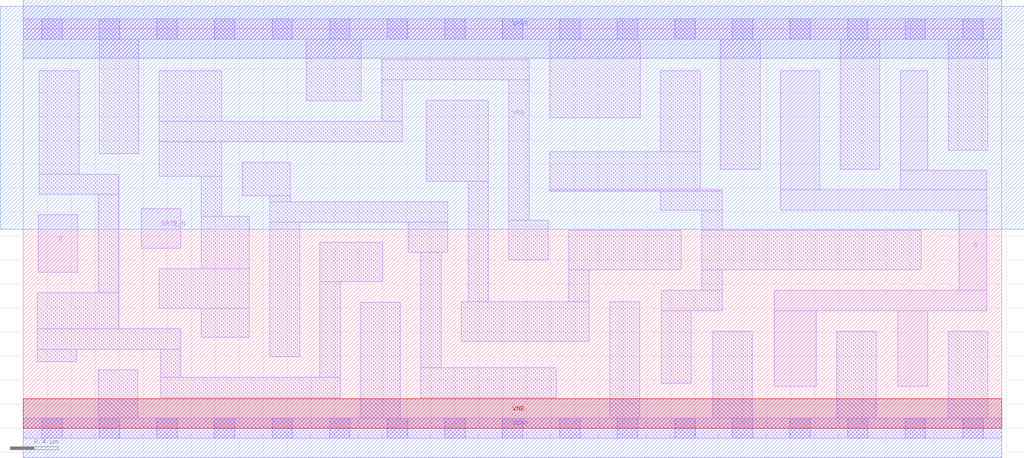
<source format=lef>
# Copyright 2020 The SkyWater PDK Authors
#
# Licensed under the Apache License, Version 2.0 (the "License");
# you may not use this file except in compliance with the License.
# You may obtain a copy of the License at
#
#     https://www.apache.org/licenses/LICENSE-2.0
#
# Unless required by applicable law or agreed to in writing, software
# distributed under the License is distributed on an "AS IS" BASIS,
# WITHOUT WARRANTIES OR CONDITIONS OF ANY KIND, either express or implied.
# See the License for the specific language governing permissions and
# limitations under the License.
#
# SPDX-License-Identifier: Apache-2.0

VERSION 5.7 ;
  NOWIREEXTENSIONATPIN ON ;
  DIVIDERCHAR "/" ;
  BUSBITCHARS "[]" ;
MACRO sky130_fd_sc_ls__dlxtn_4
  CLASS CORE ;
  FOREIGN sky130_fd_sc_ls__dlxtn_4 ;
  ORIGIN  0.000000  0.000000 ;
  SIZE  8.160000 BY  3.330000 ;
  SYMMETRY X Y ;
  SITE unit ;
  PIN D
    ANTENNAGATEAREA  0.208500 ;
    DIRECTION INPUT ;
    USE SIGNAL ;
    PORT
      LAYER li1 ;
        RECT 0.125000 1.300000 0.455000 1.780000 ;
    END
  END D
  PIN Q
    ANTENNADIFFAREA  1.270300 ;
    DIRECTION OUTPUT ;
    USE SIGNAL ;
    PORT
      LAYER li1 ;
        RECT 6.265000 0.350000 6.615000 0.980000 ;
        RECT 6.265000 0.980000 8.035000 1.150000 ;
        RECT 6.315000 1.820000 8.035000 1.990000 ;
        RECT 6.315000 1.990000 6.645000 2.980000 ;
        RECT 7.295000 0.350000 7.545000 0.980000 ;
        RECT 7.315000 1.990000 8.035000 2.150000 ;
        RECT 7.315000 2.150000 7.545000 2.980000 ;
        RECT 7.805000 1.150000 8.035000 1.820000 ;
    END
  END Q
  PIN VNB
    PORT
      LAYER pwell ;
        RECT 0.000000 0.000000 8.160000 0.245000 ;
    END
  END VNB
  PIN VPB
    PORT
      LAYER nwell ;
        RECT -0.190000 1.660000 8.350000 3.520000 ;
    END
  END VPB
  PIN GATE_N
    ANTENNAGATEAREA  0.237000 ;
    DIRECTION INPUT ;
    USE CLOCK ;
    PORT
      LAYER li1 ;
        RECT 0.985000 1.500000 1.315000 1.830000 ;
    END
  END GATE_N
  PIN VGND
    DIRECTION INOUT ;
    SHAPE ABUTMENT ;
    USE GROUND ;
    PORT
      LAYER met1 ;
        RECT 0.000000 -0.245000 8.160000 0.245000 ;
    END
  END VGND
  PIN VPWR
    DIRECTION INOUT ;
    SHAPE ABUTMENT ;
    USE POWER ;
    PORT
      LAYER met1 ;
        RECT 0.000000 3.085000 8.160000 3.575000 ;
    END
  END VPWR
  OBS
    LAYER li1 ;
      RECT 0.000000 -0.085000 8.160000 0.085000 ;
      RECT 0.000000  3.245000 8.160000 3.415000 ;
      RECT 0.115000  0.555000 0.445000 0.660000 ;
      RECT 0.115000  0.660000 1.315000 0.830000 ;
      RECT 0.115000  0.830000 0.795000 1.130000 ;
      RECT 0.135000  1.950000 0.795000 2.120000 ;
      RECT 0.135000  2.120000 0.465000 2.980000 ;
      RECT 0.625000  0.085000 0.955000 0.490000 ;
      RECT 0.625000  1.130000 0.795000 1.950000 ;
      RECT 0.635000  2.290000 0.965000 3.245000 ;
      RECT 1.135000  1.000000 1.885000 1.330000 ;
      RECT 1.135000  2.100000 1.655000 2.390000 ;
      RECT 1.135000  2.390000 3.160000 2.560000 ;
      RECT 1.135000  2.560000 1.655000 2.980000 ;
      RECT 1.145000  0.255000 2.645000 0.425000 ;
      RECT 1.145000  0.425000 1.315000 0.660000 ;
      RECT 1.485000  0.760000 1.885000 1.000000 ;
      RECT 1.485000  1.330000 1.885000 1.770000 ;
      RECT 1.485000  1.770000 1.655000 2.100000 ;
      RECT 1.825000  1.940000 2.225000 2.220000 ;
      RECT 2.055000  0.595000 2.305000 1.720000 ;
      RECT 2.055000  1.720000 3.540000 1.890000 ;
      RECT 2.055000  1.890000 2.225000 1.940000 ;
      RECT 2.360000  2.730000 2.820000 3.245000 ;
      RECT 2.475000  0.425000 2.645000 1.220000 ;
      RECT 2.475000  1.220000 3.000000 1.550000 ;
      RECT 2.815000  0.085000 3.145000 1.050000 ;
      RECT 2.990000  2.560000 3.160000 2.905000 ;
      RECT 2.990000  2.905000 4.220000 3.075000 ;
      RECT 3.210000  1.470000 3.540000 1.720000 ;
      RECT 3.315000  0.255000 4.445000 0.505000 ;
      RECT 3.315000  0.505000 3.485000 1.470000 ;
      RECT 3.360000  2.060000 3.880000 2.735000 ;
      RECT 3.655000  0.725000 4.720000 1.055000 ;
      RECT 3.710000  1.055000 3.880000 2.060000 ;
      RECT 4.050000  1.405000 4.380000 1.735000 ;
      RECT 4.050000  1.735000 4.220000 2.905000 ;
      RECT 4.390000  1.975000 5.830000 1.990000 ;
      RECT 4.390000  1.990000 5.645000 2.305000 ;
      RECT 4.390000  2.590000 5.145000 3.245000 ;
      RECT 4.550000  1.055000 4.720000 1.320000 ;
      RECT 4.550000  1.320000 5.490000 1.650000 ;
      RECT 4.890000  0.085000 5.140000 1.055000 ;
      RECT 5.315000  1.820000 5.830000 1.975000 ;
      RECT 5.315000  2.305000 5.645000 2.980000 ;
      RECT 5.320000  0.375000 5.570000 0.980000 ;
      RECT 5.320000  0.980000 5.830000 1.150000 ;
      RECT 5.660000  1.150000 5.830000 1.320000 ;
      RECT 5.660000  1.320000 7.490000 1.650000 ;
      RECT 5.660000  1.650000 5.830000 1.820000 ;
      RECT 5.750000  0.085000 6.080000 0.810000 ;
      RECT 5.815000  2.160000 6.145000 3.245000 ;
      RECT 6.785000  0.085000 7.115000 0.810000 ;
      RECT 6.815000  2.160000 7.145000 3.245000 ;
      RECT 7.715000  0.085000 8.045000 0.810000 ;
      RECT 7.715000  2.320000 8.045000 3.245000 ;
    LAYER mcon ;
      RECT 0.155000 -0.085000 0.325000 0.085000 ;
      RECT 0.155000  3.245000 0.325000 3.415000 ;
      RECT 0.635000 -0.085000 0.805000 0.085000 ;
      RECT 0.635000  3.245000 0.805000 3.415000 ;
      RECT 1.115000 -0.085000 1.285000 0.085000 ;
      RECT 1.115000  3.245000 1.285000 3.415000 ;
      RECT 1.595000 -0.085000 1.765000 0.085000 ;
      RECT 1.595000  3.245000 1.765000 3.415000 ;
      RECT 2.075000 -0.085000 2.245000 0.085000 ;
      RECT 2.075000  3.245000 2.245000 3.415000 ;
      RECT 2.555000 -0.085000 2.725000 0.085000 ;
      RECT 2.555000  3.245000 2.725000 3.415000 ;
      RECT 3.035000 -0.085000 3.205000 0.085000 ;
      RECT 3.035000  3.245000 3.205000 3.415000 ;
      RECT 3.515000 -0.085000 3.685000 0.085000 ;
      RECT 3.515000  3.245000 3.685000 3.415000 ;
      RECT 3.995000 -0.085000 4.165000 0.085000 ;
      RECT 3.995000  3.245000 4.165000 3.415000 ;
      RECT 4.475000 -0.085000 4.645000 0.085000 ;
      RECT 4.475000  3.245000 4.645000 3.415000 ;
      RECT 4.955000 -0.085000 5.125000 0.085000 ;
      RECT 4.955000  3.245000 5.125000 3.415000 ;
      RECT 5.435000 -0.085000 5.605000 0.085000 ;
      RECT 5.435000  3.245000 5.605000 3.415000 ;
      RECT 5.915000 -0.085000 6.085000 0.085000 ;
      RECT 5.915000  3.245000 6.085000 3.415000 ;
      RECT 6.395000 -0.085000 6.565000 0.085000 ;
      RECT 6.395000  3.245000 6.565000 3.415000 ;
      RECT 6.875000 -0.085000 7.045000 0.085000 ;
      RECT 6.875000  3.245000 7.045000 3.415000 ;
      RECT 7.355000 -0.085000 7.525000 0.085000 ;
      RECT 7.355000  3.245000 7.525000 3.415000 ;
      RECT 7.835000 -0.085000 8.005000 0.085000 ;
      RECT 7.835000  3.245000 8.005000 3.415000 ;
  END
END sky130_fd_sc_ls__dlxtn_4
END LIBRARY

</source>
